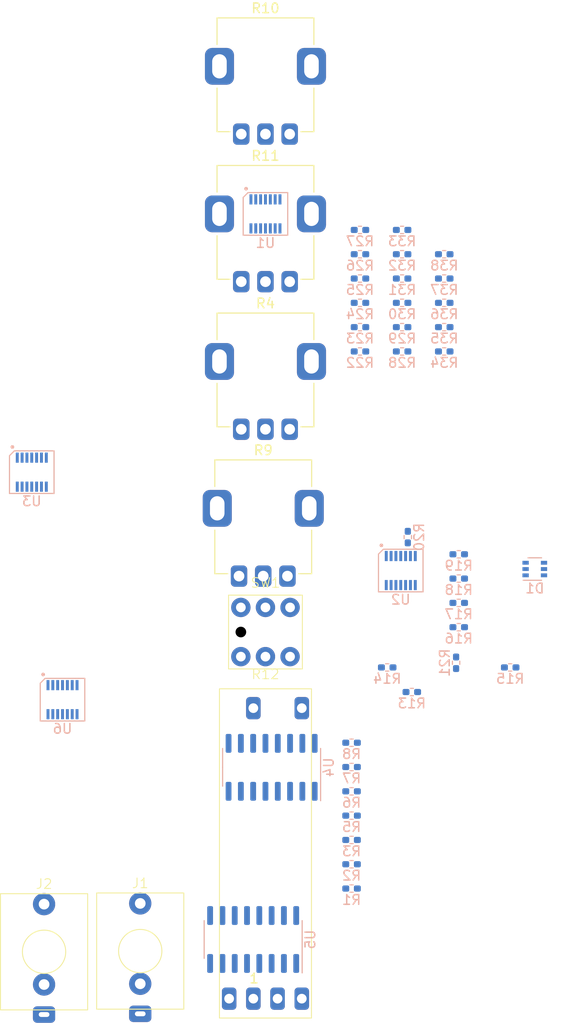
<source format=kicad_pcb>
(kicad_pcb (version 20221018) (generator pcbnew)
  (layers (0 "F.Cu" signal) (31 "B.Cu" signal) (34 "B.Paste" user) (35 "F.Paste" user) (36 "B.SilkS" user "B.Silkscreen") (37 "F.SilkS" user "F.Silkscreen") (38 "B.Mask" user) (39 "F.Mask" user) (44 "Edge.Cuts" user))
  (net 0 "")
  (net 1 "Net-(D1A-A)")
  (net 2 "/Channel 1 CV Summation/Pan_L_cv")
  (net 3 "/Channel 1 CV Summation/Pan_R_cv")
  (net 4 "Net-(D1C-K)")
  (net 5 "Net-(D1B-K)")
  (net 6 "GND")
  (net 7 "/Channel 1 Input/PotRefVoltage")
  (net 8 "+3V3")
  (net 9 "/Channel 1 Input/SliderLED")
  (net 10 "Net-(U1A-+)")
  (net 11 "Net-(J2-PadT)")
  (net 12 "/Channel 1 Input/Mute_button")
  (net 13 "/Channel 1 Input/ButtonLED")
  (net 14 "Net-(U1A--)")
  (net 17 "/Channel 1 Input/Pan_cv")
  (net 18 "Net-(U2A--)")
  (net 19 "/Channel 1 CV Summation/Aux1_cv")
  (net 20 "/Channel 1 CV Summation/Aux2_cv")
  (net 21 "/Channel 1 CV Summation/Volume_cv")
  (net 22 "/Channel 1 Input/Audio_in")
  (net 23 "Net-(U6A--)")
  (net 24 "/Channel 1 CV Snapping/Aux1_snapped_cv")
  (net 25 "/Channel 1 VCA/Channel_Aux1_current_out")
  (net 26 "/Channel 1 VCA/Channel_Aux2_L_current_out")
  (net 27 "/Channel 1 CV Snapping/Aux2_L_snapped_cv")
  (net 28 "/Channel 1 CV Snapping/Aux2_R_snapped_cv")
  (net 29 "/Channel 1 VCA/Channel_Aux2_R_current_out")
  (net 30 "/Channel 1 VCA/Channel_Master_R_current_out")
  (net 31 "/Channel 1 CV Snapping/Master_R_snapped_cv")
  (net 32 "/Channel 1 CV Snapping/Aux1_cv")
  (net 33 "/Channel 1 CV Snapping/Aux2_L_cv")
  (net 34 "/Channel 1 CV Snapping/Aux2_R_cv")
  (net 35 "/Channel 1 CV Snapping/Master_L_cv")
  (net 36 "/Channel 1 CV Snapping/Master_R_cv")
  (net 37 "/Channel 1 VCA/Channel_Master_L_current_out")
  (net 38 "/Channel 1 CV Snapping/Master_L_snapped_cv")
  (net 39 "Net-(J1-PadTN)")
  (net 40 "Net-(J1-PadT)")
  (net 41 "Net-(R4-Pad2)")
  (net 42 "Net-(J2-PadTN)")
  (net 43 "Net-(U1B-+)")
  (net 44 "Net-(U1C-+)")
  (net 45 "Net-(U1D-+)")
  (net 47 "Net-(U2B--)")
  (net 48 "Net-(U2C--)")
  (net 49 "+12V")
  (net 50 "Net-(U3A--)")
  (net 51 "/Channel 1 CV Summation/Master_cv")
  (net 52 "Net-(U3B--)")
  (net 53 "Net-(U3C--)")
  (net 54 "Net-(U3D--)")
  (net 55 "Net-(U2D--)")
  (footprint "WillItBlend:Potentiometer_SongHuei_9mm" (layer "F.Cu") (at 65.81 81.205)
    (fp_text reference "R9" (at 0 -6) (layer "F.SilkS"))
    (fp_text value "100k")
    (fp_line (start -5 -2.25) (end -5 -5) (stroke (width 0.12)) (layer "F.SilkS"))
    (fp_line (start -5 6.75) (end -5 2.25) (stroke (width 0.12)) (layer "F.SilkS"))
    (fp_line (start -3.665 6.75) (end -5 6.75) (stroke (width 0.12)) (layer "F.SilkS"))
    (fp_line (start 3.665 6.75) (end 5 6.75) (stroke (width 0.12)) (layer "F.SilkS"))
    (fp_line (start 5 -5) (end -5 -5) (stroke (width 0.12)) (layer "F.SilkS"))
    (fp_line (start 5 -2.25) (end 5 -5) (stroke (width 0.12)) (layer "F.SilkS"))
    (fp_line (start 5 6.75) (end 5 2.25) (stroke (width 0.12)) (layer "F.SilkS"))
    (pad "" thru_hole roundrect (at -4.75 0 180) (size 3 3.8) (drill oval 1.5 2.5) (layers "*.Cu" "*.Mask"))
    (pad "" thru_hole roundrect (at 4.75 0 180) (size 3 3.8) (drill oval 1.5 2.5) (layers "*.Cu" "*.Mask"))
    (pad "1" thru_hole roundrect (at -2.5 7 180) (size 1.7 2.2) (drill 1.1) (layers "*.Cu" "*.Mask") (net 7 "/Channel 1 Input/PotRefVoltage"))
    (pad "2" thru_hole roundrect (at 0 7 180) (size 1.7 2.2) (drill 1.1) (layers "*.Cu" "*.Mask") (net 10 "Net-(U1A-+)"))
    (pad "3" thru_hole roundrect (at 2.5 7 180) (size 1.7 2.2) (drill 1.1) (layers "*.Cu" "*.Mask") (net 6 "GND"))
  )
  (footprint "WillItBlend:PJ398SM" (layer "F.Cu") (at 43.18 127)
    (fp_text reference "J2" (at 0 -7 unlocked) (layer "F.SilkS") (effects (font (thickness 0.1))))
    (fp_text value "PJ398SM" hide)
    (fp_rect (start -4.5 -6) (end 4.5 6) (stroke (width 0.1)) (fill none) (layer "F.SilkS"))
    (fp_circle (center 0 0) (end 2.236 0) (stroke (width 0.1)) (fill none) (layer "F.SilkS"))
    (pad "1" thru_hole roundrect (at 0 6.48) (size 2.3 1.7) (drill oval 1.1 0.5) (layers "*.Cu" "*.Mask"))
    (pad "2" thru_hole circle (at 0 3.38) (size 2.3 2.3) (drill 1.1) (layers "*.Cu" "*.Mask"))
    (pad "3" thru_hole circle (at 0 -4.92) (size 2.3 2.3) (drill 1.1) (layers "*.Cu" "*.Mask"))
  )
  (footprint "WillItBlend:PJ398SM" (layer "F.Cu") (at 53.11 126.925)
    (fp_text reference "J1" (at 0 -7 unlocked) (layer "F.SilkS") (effects (font (thickness 0.1))))
    (fp_text value "PJ398SM" hide)
    (fp_rect (start -4.5 -6) (end 4.5 6) (stroke (width 0.1)) (fill none) (layer "F.SilkS"))
    (fp_circle (center 0 0) (end 2.236 0) (stroke (width 0.1)) (fill none) (layer "F.SilkS"))
    (pad "1" thru_hole roundrect (at 0 6.48) (size 2.3 1.7) (drill oval 1.1 0.5) (layers "*.Cu" "*.Mask"))
    (pad "2" thru_hole circle (at 0 3.38) (size 2.3 2.3) (drill 1.1) (layers "*.Cu" "*.Mask"))
    (pad "3" thru_hole circle (at 0 -4.92) (size 2.3 2.3) (drill 1.1) (layers "*.Cu" "*.Mask"))
  )
  (footprint "WillItBlend:PB01-109TL" (layer "F.Cu") (at 66.04 93.98)
    (fp_text reference "SW1" (at 0 -5.08 unlocked) (layer "F.SilkS") (effects (font (thickness 0.1))))
    (fp_text value "SW_SPST_LED")
    (fp_rect (start -3.81 -3.81) (end 3.81 3.81) (stroke (width 0.1)) (fill none) (layer "F.SilkS"))
    (pad "" np_thru_hole circle (at -2.54 0) (size 1.7 1.7) (drill 1.1) (layers "*.Mask"))
    (pad "1" thru_hole circle (at 2.54 -2.54) (size 2 2) (drill 1) (layers "*.Cu" "*.Mask") (net 12 "/Channel 1 Input/Mute_button"))
    (pad "2" thru_hole circle (at 2.54 2.54) (size 2 2) (drill 1) (layers "*.Cu" "*.Mask") (net 12 "/Channel 1 Input/Mute_button"))
    (pad "3" thru_hole circle (at -2.54 -2.54) (size 2 2) (drill 1) (layers "*.Cu" "*.Mask") (net 6 "GND"))
    (pad "4" thru_hole circle (at -2.54 2.54) (size 2 2) (drill 1) (layers "*.Cu" "*.Mask") (net 6 "GND"))
    (pad "L1" thru_hole circle (at 0 -2.54) (size 2 2) (drill 1) (layers "*.Cu" "*.Mask") (net 8 "+3V3"))
    (pad "L2" thru_hole circle (at 0 2.54) (size 2 2) (drill 1) (layers "*.Cu" "*.Mask") (net 13 "/Channel 1 Input/ButtonLED"))
  )
  (footprint "WillItBlend:Potentiometer_SongHuei_9mm" (layer "F.Cu") (at 66.04 66.04)
    (fp_text reference "R4" (at 0 -6) (layer "F.SilkS"))
    (fp_text value "100k")
    (fp_line (start -5 -2.25) (end -5 -5) (stroke (width 0.12)) (layer "F.SilkS"))
    (fp_line (start -5 6.75) (end -5 2.25) (stroke (width 0.12)) (layer "F.SilkS"))
    (fp_line (start -3.665 6.75) (end -5 6.75) (stroke (width 0.12)) (layer "F.SilkS"))
    (fp_line (start 3.665 6.75) (end 5 6.75) (stroke (width 0.12)) (layer "F.SilkS"))
    (fp_line (start 5 -5) (end -5 -5) (stroke (width 0.12)) (layer "F.SilkS"))
    (fp_line (start 5 -2.25) (end 5 -5) (stroke (width 0.12)) (layer "F.SilkS"))
    (fp_line (start 5 6.75) (end 5 2.25) (stroke (width 0.12)) (layer "F.SilkS"))
    (pad "" thru_hole roundrect (at -4.75 0 180) (size 3 3.8) (drill oval 1.5 2.5) (layers "*.Cu" "*.Mask"))
    (pad "" thru_hole roundrect (at 4.75 0 180) (size 3 3.8) (drill oval 1.5 2.5) (layers "*.Cu" "*.Mask"))
    (pad "1" thru_hole roundrect (at -2.5 7 180) (size 1.7 2.2) (drill 1.1) (layers "*.Cu" "*.Mask") (net 6 "GND"))
    (pad "2" thru_hole roundrect (at 0 7 180) (size 1.7 2.2) (drill 1.1) (layers "*.Cu" "*.Mask") (net 41 "Net-(R4-Pad2)"))
    (pad "3" thru_hole roundrect (at 2.5 7 180) (size 1.7 2.2) (drill 1.1) (layers "*.Cu" "*.Mask") (net 11 "Net-(J2-PadT)"))
  )
  (footprint "WillItBlend:Potentiometer_SongHuei_9mm" (layer "F.Cu") (at 66.04 50.8)
    (fp_text reference "R11" (at 0 -6) (layer "F.SilkS"))
    (fp_text value "100k")
    (fp_line (start -5 -2.25) (end -5 -5) (stroke (width 0.12)) (layer "F.SilkS"))
    (fp_line (start -5 6.75) (end -5 2.25) (stroke (width 0.12)) (layer "F.SilkS"))
    (fp_line (start -3.665 6.75) (end -5 6.75) (stroke (width 0.12)) (layer "F.SilkS"))
    (fp_line (start 3.665 6.75) (end 5 6.75) (stroke (width 0.12)) (layer "F.SilkS"))
    (fp_line (start 5 -5) (end -5 -5) (stroke (width 0.12)) (layer "F.SilkS"))
    (fp_line (start 5 -2.25) (end 5 -5) (stroke (width 0.12)) (layer "F.SilkS"))
    (fp_line (start 5 6.75) (end 5 2.25) (stroke (width 0.12)) (layer "F.SilkS"))
    (pad "" thru_hole roundrect (at -4.75 0 180) (size 3 3.8) (drill oval 1.5 2.5) (layers "*.Cu" "*.Mask"))
    (pad "" thru_hole roundrect (at 4.75 0 180) (size 3 3.8) (drill oval 1.5 2.5) (layers "*.Cu" "*.Mask"))
    (pad "1" thru_hole roundrect (at -2.5 7 180) (size 1.7 2.2) (drill 1.1) (layers "*.Cu" "*.Mask") (net 7 "/Channel 1 Input/PotRefVoltage"))
    (pad "2" thru_hole roundrect (at 0 7 180) (size 1.7 2.2) (drill 1.1) (layers "*.Cu" "*.Mask") (net 44 "Net-(U1C-+)"))
    (pad "3" thru_hole roundrect (at 2.5 7 180) (size 1.7 2.2) (drill 1.1) (layers "*.Cu" "*.Mask") (net 6 "GND"))
  )
  (footprint "WillItBlend:RA2045F-20" (layer "F.Cu") (at 66.04 116.84)
    (fp_text reference "R12" (at 0 -18.5 unlocked) (layer "F.SilkS") (effects (font (thickness 0.1))))
    (fp_text value "50k")
    (fp_text user "1" (at -1.75 13.5 unlocked) (layer "F.SilkS") (effects (justify left bottom)))
    (fp_rect (start 4.75 17) (end -4.75 -17) (stroke (width 0.1)) (fill none) (layer "F.SilkS"))
    (pad "1" thru_hole roundrect (at -1.25 15 180) (size 1.5 2.3) (drill 1) (layers "*.Cu" "*.Mask") (net 7 "/Channel 1 Input/PotRefVoltage"))
    (pad "2" thru_hole roundrect (at -3.75 15 180) (size 1.5 2.3) (drill 1) (layers "*.Cu" "*.Mask") (net 45 "Net-(U1D-+)"))
    (pad "3" thru_hole roundrect (at -1.25 -15 180) (size 1.5 2.3) (drill 1) (layers "*.Cu" "*.Mask") (net 6 "GND"))
    (pad "B" thru_hole roundrect (at 3.75 -15 180) (size 1.5 2.3) (drill 1) (layers "*.Cu" "*.Mask") (net 8 "+3V3"))
    (pad "E" thru_hole roundrect (at 3.75 15 180) (size 1.5 2.3) (drill 1) (layers "*.Cu" "*.Mask") (net 9 "/Channel 1 Input/SliderLED"))
    (pad "L" thru_hole roundrect (at 1.25 15 180) (size 1.5 2.3) (drill 1) (layers "*.Cu" "*.Mask"))
  )
  (footprint "WillItBlend:Potentiometer_SongHuei_9mm" (layer "F.Cu") (at 66.04 35.56)
    (fp_text reference "R10" (at 0 -6) (layer "F.SilkS"))
    (fp_text value "100k")
    (fp_line (start -5 -2.25) (end -5 -5) (stroke (width 0.12)) (layer "F.SilkS"))
    (fp_line (start -5 6.75) (end -5 2.25) (stroke (width 0.12)) (layer "F.SilkS"))
    (fp_line (start -3.665 6.75) (end -5 6.75) (stroke (width 0.12)) (layer "F.SilkS"))
    (fp_line (start 3.665 6.75) (end 5 6.75) (stroke (width 0.12)) (layer "F.SilkS"))
    (fp_line (start 5 -5) (end -5 -5) (stroke (width 0.12)) (layer "F.SilkS"))
    (fp_line (start 5 -2.25) (end 5 -5) (stroke (width 0.12)) (layer "F.SilkS"))
    (fp_line (start 5 6.75) (end 5 2.25) (stroke (width 0.12)) (layer "F.SilkS"))
    (pad "" thru_hole roundrect (at -4.75 0 180) (size 3 3.8) (drill oval 1.5 2.5) (layers "*.Cu" "*.Mask"))
    (pad "" thru_hole roundrect (at 4.75 0 180) (size 3 3.8) (drill oval 1.5 2.5) (layers "*.Cu" "*.Mask"))
    (pad "1" thru_hole roundrect (at -2.5 7 180) (size 1.7 2.2) (drill 1.1) (layers "*.Cu" "*.Mask") (net 7 "/Channel 1 Input/PotRefVoltage"))
    (pad "2" thru_hole roundrect (at 0 7 180) (size 1.7 2.2) (drill 1.1) (layers "*.Cu" "*.Mask") (net 43 "Net-(U1B-+)"))
    (pad "3" thru_hole roundrect (at 2.5 7 180) (size 1.7 2.2) (drill 1.1) (layers "*.Cu" "*.Mask") (net 6 "GND"))
  )
  (footprint "Resistor_SMD:R_0402_1005Metric_Pad0.72x0.64mm_HandSolder" (layer "B.Cu") (at 80.15 65.005)
    (fp_text reference "R28" (at 0 1.17) (layer "B.SilkS") (effects (justify mirror)))
    (fp_text value "R")
    (fp_line (start -0.167621 -0.38) (end 0.167621 -0.38) (stroke (width 0.12)) (layer "B.SilkS"))
    (fp_line (start -0.167621 0.38) (end 0.167621 0.38) (stroke (width 0.12)) (layer "B.SilkS"))
    (pad "1" smd roundrect (at -0.5975 0) (size 0.715 0.64) (layers "B.Cu" "B.Paste" "B.Mask") (net 33 "/Channel 1 CV Snapping/Aux2_L_cv"))
    (pad "2" smd roundrect (at 0.5975 0) (size 0.715 0.64) (layers "B.Cu" "B.Paste" "B.Mask") (net 52 "Net-(U3B--)"))
  )
  (footprint "Resistor_SMD:R_0402_1005Metric_Pad0.72x0.64mm_HandSolder" (layer "B.Cu") (at 85.995476 88.46)
    (fp_text reference "R18" (at 0 1.17) (layer "B.SilkS") (effects (justify mirror)))
    (fp_text value "R")
    (fp_line (start -0.167621 -0.38) (end 0.167621 -0.38) (stroke (width 0.12)) (layer "B.SilkS"))
    (fp_line (start -0.167621 0.38) (end 0.167621 0.38) (stroke (width 0.12)) (layer "B.SilkS"))
    (pad "1" smd roundrect (at -0.5975 0) (size 0.715 0.64) (layers "B.Cu" "B.Paste" "B.Mask") (net 48 "Net-(U2C--)"))
    (pad "2" smd roundrect (at 0.5975 0) (size 0.715 0.64) (layers "B.Cu" "B.Paste" "B.Mask") (net 5 "Net-(D1B-K)"))
  )
  (footprint "Resistor_SMD:R_0402_1005Metric_Pad0.72x0.64mm_HandSolder" (layer "B.Cu") (at 81.150476 100.175)
    (fp_text reference "R13" (at 0 1.17) (layer "B.SilkS") (effects (justify mirror)))
    (fp_text value "R")
    (fp_line (start -0.167621 -0.38) (end 0.167621 -0.38) (stroke (width 0.12)) (layer "B.SilkS"))
    (fp_line (start -0.167621 0.38) (end 0.167621 0.38) (stroke (width 0.12)) (layer "B.SilkS"))
    (pad "1" smd roundrect (at -0.5975 0) (size 0.715 0.64) (layers "B.Cu" "B.Paste" "B.Mask") (net 47 "Net-(U2B--)"))
    (pad "2" smd roundrect (at 0.5975 0) (size 0.715 0.64) (layers "B.Cu" "B.Paste" "B.Mask") (net 1 "Net-(D1A-A)"))
  )
  (footprint "Resistor_SMD:R_0402_1005Metric_Pad0.72x0.64mm_HandSolder" (layer "B.Cu") (at 74.93 112.94)
    (fp_text reference "R5" (at 0 1.17) (layer "B.SilkS") (effects (justify mirror)))
    (fp_text value "R")
    (fp_line (start -0.167621 -0.38) (end 0.167621 -0.38) (stroke (width 0.12)) (layer "B.SilkS"))
    (fp_line (start -0.167621 0.38) (end 0.167621 0.38) (stroke (width 0.12)) (layer "B.SilkS"))
    (pad "1" smd roundrect (at -0.5975 0) (size 0.715 0.64) (layers "B.Cu" "B.Paste" "B.Mask") (net 42 "Net-(J2-PadTN)"))
    (pad "2" smd roundrect (at 0.5975 0) (size 0.715 0.64) (layers "B.Cu" "B.Paste" "B.Mask") (net 6 "GND"))
  )
  (footprint "Resistor_SMD:R_0402_1005Metric_Pad0.72x0.64mm_HandSolder" (layer "B.Cu") (at 85.995476 85.95)
    (fp_text reference "R19" (at 0 1.17) (layer "B.SilkS") (effects (justify mirror)))
    (fp_text value "R")
    (fp_line (start -0.167621 -0.38) (end 0.167621 -0.38) (stroke (width 0.12)) (layer "B.SilkS"))
    (fp_line (start -0.167621 0.38) (end 0.167621 0.38) (stroke (width 0.12)) (layer "B.SilkS"))
    (pad "1" smd roundrect (at -0.5975 0) (size 0.715 0.64) (layers "B.Cu" "B.Paste" "B.Mask") (net 4 "Net-(D1C-K)"))
    (pad "2" smd roundrect (at 0.5975 0) (size 0.715 0.64) (layers "B.Cu" "B.Paste" "B.Mask") (net 48 "Net-(U2C--)"))
  )
  (footprint "WillItBlend:SOT-23-THIN" (layer "B.Cu") (at 41.91 77.47)
    (fp_text reference "U3" (at 0 3) (layer "B.SilkS") (effects (justify mirror)))
    (fp_text value "TL074HIDYYR" hide)
    (fp_line (start -2.3 -1.7) (end -2.3 2.2) (stroke (width 0.12)) (layer "B.SilkS"))
    (fp_line (start -2.3 2.2) (end 2.3 2.2) (stroke (width 0.12)) (layer "B.SilkS"))
    (fp_line (start -1.8 -2.2) (end -2.3 -1.7) (stroke (width 0.12)) (layer "B.SilkS"))
    (fp_line (start 2.3 -2.2) (end -1.8 -2.2) (stroke (width 0.12)) (layer "B.SilkS"))
    (fp_line (start 2.3 2.2) (end 2.3 -2.2) (stroke (width 0.12)) (layer "B.SilkS"))
    (fp_circle (center -2 -2.6) (end -1.858579 -2.6) (stroke (width 0.1)) (fill solid) (layer "B.SilkS"))
    (pad "1" smd rect (at -1.5 -1.5) (size 0.3 1.05) (layers "B.Cu" "B.Paste" "B.Mask") (net 32 "/Channel 1 CV Snapping/Aux1_cv"))
    (pad "2" smd rect (at -1 -1.5) (size 0.3 1.05) (layers "B.Cu" "B.Paste" "B.Mask") (net 50 "Net-(U3A--)"))
    (pad "3" smd rect (at -0.5 -1.5) (size 0.3 1.05) (layers "B.Cu" "B.Paste" "B.Mask") (net 6 "GND"))
    (pad "4" smd rect (at 0 -1.5) (size 0.3 1.05) (layers "B.Cu" "B.Paste" "B.Mask"))
    (pad "5" smd rect (at 0.5 -1.5) (size 0.3 1.05) (layers "B.Cu" "B.Paste" "B.Mask") (net 6 "GND"))
    (pad "6" smd rect (at 1 -1.5) (size 0.3 1.05) (layers "B.Cu" "B.Paste" "B.Mask") (net 52 "Net-(U3B--)"))
    (pad "7" smd rect (at 1.5 -1.5) (size 0.3 1.05) (layers "B.Cu" "B.Paste" "B.Mask") (net 33 "/Channel 1 CV Snapping/Aux2_L_cv"))
    (pad "8" smd rect (at 1.5 1.5) (size 0.3 1.05) (layers "B.Cu" "B.Paste" "B.Mask") (net 34 "/Channel 1 CV Snapping/Aux2_R_cv"))
    (pad "9" smd rect (at 1 1.5) (size 0.3 1.05) (layers "B.Cu" "B.Paste" "B.Mask") (net 53 "Net-(U3C--)"))
    (pad "10" smd rect (at 0.5 1.5) (size 0.3 1.05) (layers "B.Cu" "B.Paste" "B.Mask") (net 6 "GND"))
    (pad "11" smd rect (at 0 1.5) (size 0.3 1.05) (layers "B.Cu" "B.Paste" "B.Mask"))
    (pad "12" smd rect (at -0.5 1.5) (size 0.3 1.05) (layers "B.Cu" "B.Paste" "B.Mask") (net 6 "GND"))
    (pad "13" smd rect (at -1 1.5) (size 0.3 1.05) (layers "B.Cu" "B.Paste" "B.Mask") (net 54 "Net-(U3D--)"))
    (pad "14" smd rect (at -1.5 1.5) (size 0.3 1.05) (layers "B.Cu" "B.Paste" "B.Mask") (net 35 "/Channel 1 CV Snapping/Master_L_cv"))
  )
  (footprint "Resistor_SMD:R_0402_1005Metric_Pad0.72x0.64mm_HandSolder" (layer "B.Cu") (at 80.737327 84.174753 90)
    (fp_text reference "R20" (at 0 1.17 90) (layer "B.SilkS") (effects (justify mirror)))
    (fp_text value "R")
    (fp_line (start -0.167621 -0.38) (end 0.167621 -0.38) (stroke (width 0.12)) (layer "B.SilkS"))
    (fp_line (start -0.167621 0.38) (end 0.167621 0.38) (stroke (width 0.12)) (layer "B.SilkS"))
    (pad "1" smd roundrect (at -0.5975 0 90) (size 0.715 0.64) (layers "B.Cu" "B.Paste" "B.Mask") (net 6 "GND"))
    (pad "2" smd roundrect (at 0.5975 0 90) (size 0.715 0.64) (layers "B.Cu" "B.Paste" "B.Mask") (net 3 "/Channel 1 CV Summation/Pan_R_cv"))
  )
  (footprint "Resistor_SMD:R_0402_1005Metric_Pad0.72x0.64mm_HandSolder" (layer "B.Cu") (at 85.995476 93.48)
    (fp_text reference "R16" (at 0 1.17) (layer "B.SilkS") (effects (justify mirror)))
    (fp_text value "R")
    (fp_line (start -0.167621 -0.38) (end 0.167621 -0.38) (stroke (width 0.12)) (layer "B.SilkS"))
    (fp_line (start -0.167621 0.38) (end 0.167621 0.38) (stroke (width 0.12)) (layer "B.SilkS"))
    (pad "1" smd roundrect (at -0.5975 0) (size 0.715 0.64) (layers "B.Cu" "B.Paste" "B.Mask") (net 6 "GND"))
    (pad "2" smd roundrect (at 0.5975 0) (size 0.715 0.64) (layers "B.Cu" "B.Paste" "B.Mask") (net 2 "/Channel 1 CV Summation/Pan_L_cv"))
  )
  (footprint "Resistor_SMD:R_0402_1005Metric_Pad0.72x0.64mm_HandSolder" (layer "B.Cu") (at 75.8 59.985)
    (fp_text reference "R24" (at 0 1.17) (layer "B.SilkS") (effects (justify mirror)))
    (fp_text value "R")
    (fp_line (start -0.167621 -0.38) (end 0.167621 -0.38) (stroke (width 0.12)) (layer "B.SilkS"))
    (fp_line (start -0.167621 0.38) (end 0.167621 0.38) (stroke (width 0.12)) (layer "B.SilkS"))
    (pad "1" smd roundrect (at -0.5975 0) (size 0.715 0.64) (layers "B.Cu" "B.Paste" "B.Mask") (net 32 "/Channel 1 CV Snapping/Aux1_cv"))
    (pad "2" smd roundrect (at 0.5975 0) (size 0.715 0.64) (layers "B.Cu" "B.Paste" "B.Mask") (net 50 "Net-(U3A--)"))
  )
  (footprint "Resistor_SMD:R_0402_1005Metric_Pad0.72x0.64mm_HandSolder" (layer "B.Cu") (at 74.93 120.47)
    (fp_text reference "R1" (at 0 1.17) (layer "B.SilkS") (effects (justify mirror)))
    (fp_text value "R")
    (fp_line (start -0.167621 -0.38) (end 0.167621 -0.38) (stroke (width 0.12)) (layer "B.SilkS"))
    (fp_line (start -0.167621 0.38) (end 0.167621 0.38) (stroke (width 0.12)) (layer "B.SilkS"))
    (pad "1" smd roundrect (at -0.5975 0) (size 0.715 0.64) (layers "B.Cu" "B.Paste" "B.Mask") (net 39 "Net-(J1-PadTN)"))
    (pad "2" smd roundrect (at 0.5975 0) (size 0.715 0.64) (layers "B.Cu" "B.Paste" "B.Mask") (net 6 "GND"))
  )
  (footprint "WillItBlend:SOT-23-THIN" (layer "B.Cu") (at 66.04 50.8)
    (fp_text reference "U1" (at 0 3) (layer "B.SilkS") (effects (justify mirror)))
    (fp_text value "TL074HIDYYR" hide)
    (fp_line (start -2.3 -1.7) (end -2.3 2.2) (stroke (width 0.12)) (layer "B.SilkS"))
    (fp_line (start -2.3 2.2) (end 2.3 2.2) (stroke (width 0.12)) (layer "B.SilkS"))
    (fp_line (start -1.8 -2.2) (end -2.3 -1.7) (stroke (width 0.12)) (layer "B.SilkS"))
    (fp_line (start 2.3 -2.2) (end -1.8 -2.2) (stroke (width 0.12)) (layer "B.SilkS"))
    (fp_line (start 2.3 2.2) (end 2.3 -2.2) (stroke (width 0.12)) (layer "B.SilkS"))
    (fp_circle (center -2 -2.6) (end -1.858579 -2.6) (stroke (width 0.1)) (fill solid) (layer "B.SilkS"))
    (pad "1" smd rect (at -1.5 -1.5) (size 0.3 1.05) (layers "B.Cu" "B.Paste" "B.Mask") (net 14 "Net-(U1A--)"))
    (pad "2" smd rect (at -1 -1.5) (size 0.3 1.05) (layers "B.Cu" "B.Paste" "B.Mask") (net 14 "Net-(U1A--)"))
    (pad "3" smd rect (at -0.5 -1.5) (size 0.3 1.05) (layers "B.Cu" "B.Paste" "B.Mask") (net 10 "Net-(U1A-+)"))
    (pad "4" smd rect (at 0 -1.5) (size 0.3 1.05) (layers "B.Cu" "B.Paste" "B.Mask"))
    (pad "5" smd rect (at 0.5 -1.5) (size 0.3 1.05) (layers "B.Cu" "B.Paste" "B.Mask") (net 43 "Net-(U1B-+)"))
    (pad "6" smd rect (at 1 -1.5) (size 0.3 1.05) (layers "B.Cu" "B.Paste" "B.Mask") (net 19 "/Channel 1 CV Summation/Aux1_cv"))
    (pad "7" smd rect (at 1.5 -1.5) (size 0.3 1.05) (layers "B.Cu" "B.Paste" "B.Mask") (net 19 "/Channel 1 CV Summation/Aux1_cv"))
    (pad "8" smd rect (at 1.5 1.5) (size 0.3 1.05) (layers "B.Cu" "B.Paste" "B.Mask") (net 20 "/Channel 1 CV Summation/Aux2_cv"))
    (pad "9" smd rect (at 1 1.5) (size 0.3 1.05) (layers "B.Cu" "B.Paste" "B.Mask") (net 20 "/Channel 1 CV Summation/Aux2_cv"))
    (pad "10" smd rect (at 0.5 1.5) (size 0.3 1.05) (layers "B.Cu" "B.Paste" "B.Mask") (net 44 "Net-(U1C-+)"))
    (pad "11" smd rect (at 0 1.5) (size 0.3 1.05) (layers "B.Cu" "B.Paste" "B.Mask"))
    (pad "12" smd rect (at -0.5 1.5) (size 0.3 1.05) (layers "B.Cu" "B.Paste" "B.Mask") (net 45 "Net-(U1D-+)"))
    (pad "13" smd rect (at -1 1.5) (size 0.3 1.05) (layers "B.Cu" "B.Paste" "B.Mask") (net 21 "/Channel 1 CV Summation/Volume_cv"))
    (pad "14" smd rect (at -1.5 1.5) (size 0.3 1.05) (layers "B.Cu" "B.Paste" "B.Mask") (net 21 "/Channel 1 CV Summation/Volume_cv"))
  )
  (footprint "Package_SO:SOIC-16_3.9x9.9mm_P1.27mm" (layer "B.Cu") (at 66.675 107.95 90)
    (fp_text reference "U4" (at 0 5.9 90) (layer "B.SilkS") (effects (justify mirror)))
    (fp_text value "SSI2164")
    (fp_line (start 0 -5.06) (end -1.95 -5.06) (stroke (width 0.12)) (layer "B.SilkS"))
    (fp_line (start 0 -5.06) (end 1.95 -5.06) (stroke (width 0.12)) (layer "B.SilkS"))
    (fp_line (start 0 5.06) (end -3.45 5.06) (stroke (width 0.12)) (layer "B.SilkS"))
    (fp_line (start 0 5.06) (end 1.95 5.06) (stroke (width 0.12)) (layer "B.SilkS"))
    (pad "1" smd roundrect (at -2.475 4.445 90) (size 1.95 0.6) (layers "B.Cu" "B.Paste" "B.Mask"))
    (pad "2" smd roundrect (at -2.475 3.175 90) (size 1.95 0.6) (layers "B.Cu" "B.Paste" "B.Mask") (net 22 "/Channel 1 Input/Audio_in"))
    (pad "3" smd roundrect (at -2.475 1.905 90) (size 1.95 0.6) (layers "B.Cu" "B.Paste" "B.Mask") (net 24 "/Channel 1 CV Snapping/Aux1_snapped_cv"))
    (pad "4" smd roundrect (at -2.475 0.635 90) (size 1.95 0.6) (layers "B.Cu" "B.Paste" "B.Mask") (net 25 "/Channel 1 VCA/Channel_Aux1_current_out"))
    (pad "5" smd roundrect (at -2.475 -0.635 90) (size 1.95 0.6) (layers "B.Cu" "B.Paste" "B.Mask") (net 26 "/Channel 1 VCA/Channel_Aux2_L_current_out"))
    (pad "6" smd roundrect (at -2.475 -1.905 90) (size 1.95 0.6) (layers "B.Cu" "B.Paste" "B.Mask") (net 27 "/Channel 1 CV Snapping/Aux2_L_snapped_cv"))
    (pad "7" smd roundrect (at -2.475 -3.175 90) (size 1.95 0.6) (layers "B.Cu" "B.Paste" "B.Mask") (net 22 "/Channel 1 Input/Audio_in"))
    (pad "8" smd roundrect (at -2.475 -4.445 90) (size 1.95 0.6) (layers "B.Cu" "B.Paste" "B.Mask"))
    (pad "9" smd roundrect (at 2.475 -4.445 90) (size 1.95 0.6) (layers "B.Cu" "B.Paste" "B.Mask"))
    (pad "10" smd roundrect (at 2.475 -3.175 90) (size 1.95 0.6) (layers "B.Cu" "B.Paste" "B.Mask") (net 22 "/Channel 1 Input/Audio_in"))
    (pad "11" smd roundrect (at 2.475 -1.905 90) (size 1.95 0.6) (layers "B.Cu" "B.Paste" "B.Mask") (net 28 "/Channel 1 CV Snapping/Aux2_R_snapped_cv"))
    (pad "12" smd roundrect (at 2.475 -0.635 90) (size 1.95 0.6) (layers "B.Cu" "B.Paste" "B.Mask") (net 29 "/Channel 1 VCA/Channel_Aux2_R_current_out"))
    (pad "13" smd roundrect (at 2.475 0.635 90) (size 1.95 0.6) (layers "B.Cu" "B.Paste" "B.Mask") (net 37 "/Channel 1 VCA/Channel_Master_L_current_out"))
    (pad "14" smd roundrect (at 2.475 1.905 90) (size 1.95 0.6) (layers "B.Cu" "B.Paste" "B.Mask") (net 38 "/Channel 1 CV Snapping/Master_L_snapped_cv"))
    (pad "15" smd roundrect (at 2.475 3.175 90) (size 1.95 0.6) (layers "B.Cu" "B.Paste" "B.Mask") (net 22 "/Channel 1 Input/Audio_in"))
    (pad "16" smd roundrect (at 2.475 4.445 90) (size 1.95 0.6) (layers "B.Cu" "B.Paste" "B.Mask"))
  )
  (footprint "Resistor_SMD:R_0402_1005Metric_Pad0.72x0.64mm_HandSolder" (layer "B.Cu") (at 80.15 52.455)
    (fp_text reference "R33" (at 0 1.17) (layer "B.SilkS") (effects (justify mirror)))
    (fp_text value "R")
    (fp_line (start -0.167621 -0.38) (end 0.167621 -0.38) (stroke (width 0.12)) (layer "B.SilkS"))
    (fp_line (start -0.167621 0.38) (end 0.167621 0.38) (stroke (width 0.12)) (layer "B.SilkS"))
    (pad "1" smd roundrect (at -0.5975 0) (size 0.715 0.64) (layers "B.Cu" "B.Paste" "B.Mask") (net 54 "Net-(U3D--)"))
    (pad "2" smd roundrect (at 0.5975 0) (size 0.715 0.64) (layers "B.Cu" "B.Paste" "B.Mask") (net 2 "/Channel 1 CV Summation/Pan_L_cv"))
  )
  (footprint "Resistor_SMD:R_0402_1005Metric_Pad0.72x0.64mm_HandSolder" (layer "B.Cu") (at 74.93 115.45)
    (fp_text reference "R3" (at 0 1.17) (layer "B.SilkS") (effects (justify mirror)))
    (fp_text value "R")
    (fp_line (start -0.167621 -0.38) (end 0.167621 -0.38) (stroke (width 0.12)) (layer "B.SilkS"))
    (fp_line (start -0.167621 0.38) (end 0.167621 0.38) (stroke (width 0.12)) (layer "B.SilkS"))
    (pad "1" smd roundrect (at -0.5975 0) (size 0.715 0.64) (layers "B.Cu" "B.Paste" "B.Mask") (net 23 "Net-(U6A--)"))
    (pad "2" smd roundrect (at 0.5975 0) (size 0.715 0.64) (layers "B.Cu" "B.Paste" "B.Mask") (net 22 "/Channel 1 Input/Audio_in"))
  )
  (footprint "Resistor_SMD:R_0402_1005Metric_Pad0.72x0.64mm_HandSolder" (layer "B.Cu") (at 84.5 62.495)
    (fp_text reference "R35" (at 0 1.17) (layer "B.SilkS") (effects (justify mirror)))
    (fp_text value "R")
    (fp_line (start -0.167621 -0.38) (end 0.167621 -0.38) (stroke (width 0.12)) (layer "B.SilkS"))
    (fp_line (start -0.167621 0.38) (end 0.167621 0.38) (stroke (width 0.12)) (layer "B.SilkS"))
    (pad "1" smd roundrect (at -0.5975 0) (size 0.715 0.64) (layers "B.Cu" "B.Paste" "B.Mask") (net 35 "/Channel 1 CV Snapping/Master_L_cv"))
    (pad "2" smd roundrect (at 0.5975 0) (size 0.715 0.64) (layers "B.Cu" "B.Paste" "B.Mask") (net 54 "Net-(U3D--)"))
  )
  (footprint "Resistor_SMD:R_0402_1005Metric_Pad0.72x0.64mm_HandSolder" (layer "B.Cu") (at 78.610476 97.635)
    (fp_text reference "R14" (at 0 1.17) (layer "B.SilkS") (effects (justify mirror)))
    (fp_text value "R")
    (fp_line (start -0.167621 -0.38) (end 0.167621 -0.38) (stroke (width 0.12)) (layer "B.SilkS"))
    (fp_line (start -0.167621 0.38) (end 0.167621 0.38) (stroke (width 0.12)) (layer "B.SilkS"))
    (pad "1" smd roundrect (at -0.5975 0) (size 0.715 0.64) (layers "B.Cu" "B.Paste" "B.Mask") (net 47 "Net-(U2B--)"))
    (pad "2" smd roundrect (at 0.5975 0) (size 0.715 0.64) (layers "B.Cu" "B.Paste" "B.Mask") (net 17 "/Channel 1 Input/Pan_cv"))
  )
  (footprint "WillItBlend:SOT-23-THIN" (layer "B.Cu") (at 80.01 87.63)
    (fp_text reference "U2" (at 0 3) (layer "B.SilkS") (effects (justify mirror)))
    (fp_text value "TL074HIDYYR" hide)
    (fp_line (start -2.3 -1.7) (end -2.3 2.2) (stroke (width 0.12)) (layer "B.SilkS"))
    (fp_line (start -2.3 2.2) (end 2.3 2.2) (stroke (width 0.12)) (layer "B.SilkS"))
    (fp_line (start -1.8 -2.2) (end -2.3 -1.7) (stroke (width 0.12)) (layer "B.SilkS"))
    (fp_line (start 2.3 -2.2) (end -1.8 -2.2) (stroke (width 0.12)) (layer "B.SilkS"))
    (fp_line (start 2.3 2.2) (end 2.3 -2.2) (stroke (width 0.12)) (layer "B.SilkS"))
    (fp_circle (center -2 -2.6) (end -1.858579 -2.6) (stroke (width 0.1)) (fill solid) (layer "B.SilkS"))
    (pad "1" smd rect (at -1.5 -1.5) (size 0.3 1.05) (layers "B.Cu" "B.Paste" "B.Mask") (net 17 "/Channel 1 Input/Pan_cv"))
    (pad "2" smd rect (at -1 -1.5) (size 0.3 1.05) (layers "B.Cu" "B.Paste" "B.Mask") (net 18 "Net-(U2A--)"))
    (pad "3" smd rect (at -0.5 -1.5) (size 0.3 1.05) (layers "B.Cu" "B.Paste" "B.Mask") (net 6 "GND"))
    (pad "4" smd rect (at 0 -1.5) (size 0.3 1.05) (layers "B.Cu" "B.Paste" "B.Mask"))
    (pad "5" smd rect (at 0.5 -1.5) (size 0.3 1.05) (layers "B.Cu" "B.Paste" "B.Mask") (net 6 "GND"))
    (pad "6" smd rect (at 1 -1.5) (size 0.3 1.05) (layers "B.Cu" "B.Paste" "B.Mask") (net 47 "Net-(U2B--)"))
    (pad "7" smd rect (at 1.5 -1.5) (size 0.3 1.05) (layers "B.Cu" "B.Paste" "B.Mask") (net 5 "Net-(D1B-K)"))
    (pad "8" smd rect (at 1.5 1.5) (size 0.3 1.05) (layers "B.Cu" "B.Paste" "B.Mask") (net 4 "Net-(D1C-K)"))
    (pad "9" smd rect (at 1 1.5) (size 0.3 1.05) (layers "B.Cu" "B.Paste" "B.Mask") (net 48 "Net-(U2C--)"))
    (pad "10" smd rect (at 0.5 1.5) (size 0.3 1.05) (layers "B.Cu" "B.Paste" "B.Mask") (net 6 "GND"))
    (pad "11" smd rect (at 0 1.5) (size 0.3 1.05) (layers "B.Cu" "B.Paste" "B.Mask"))
    (pad "12" smd rect (at -0.5 1.5) (size 0.3 1.05) (layers "B.Cu" "B.Paste" "B.Mask") (net 6 "GND"))
    (pad "13" smd rect (at -1 1.5) (size 0.3 1.05) (layers "B.Cu" "B.Paste" "B.Mask") (net 55 "Net-(U2D--)"))
    (pad "14" smd rect (at -1.5 1.5) (size 0.3 1.05) (layers "B.Cu" "B.Paste" "B.Mask") (net 36 "/Channel 1 CV Snapping/Master_R_cv"))
  )
  (footprint "Resistor_SMD:R_0402_1005Metric_Pad0.72x0.64mm_HandSolder" (layer "B.Cu") (at 84.5 54.965)
    (fp_text reference "R38" (at 0 1.17) (layer "B.SilkS") (effects (justify mirror)))
    (fp_text value "R")
    (fp_line (start -0.167621 -0.38) (end 0.167621 -0.38) (stroke (width 0.12)) (layer "B.SilkS"))
    (fp_line (start -0.167621 0.38) (end 0.167621 0.38) (stroke (width 0.12)) (layer "B.SilkS"))
    (pad "1" smd roundrect (at -0.5975 0) (size 0.715 0.64) (layers "B.Cu" "B.Paste" "B.Mask") (net 36 "/Channel 1 CV Snapping/Master_R_cv"))
    (pad "2" smd roundrect (at 0.5975 0) (size 0.715 0.64) (layers "B.Cu" "B.Paste" "B.Mask") (net 55 "Net-(U2D--)"))
  )
  (footprint "Resistor_SMD:R_0402_1005Metric_Pad0.72x0.64mm_HandSolder" (layer "B.Cu") (at 74.93 117.96)
    (fp_text reference "R2" (at 0 1.17) (layer "B.SilkS") (effects (justify mirror)))
    (fp_text value "R")
    (fp_line (start -0.167621 -0.38) (end 0.167621 -0.38) (stroke (width 0.12)) (layer "B.SilkS"))
    (fp_line (start -0.167621 0.38) (end 0.167621 0.38) (stroke (width 0.12)) (layer "B.SilkS"))
    (pad "1" smd roundrect (at -0.5975 0) (size 0.715 0.64) (layers "B.Cu" "B.Paste" "B.Mask") (net 40 "Net-(J1-PadT)"))
    (pad "2" smd roundrect (at 0.5975 0) (size 0.715 0.64) (layers "B.Cu" "B.Paste" "B.Mask") (net 23 "Net-(U6A--)"))
  )
  (footprint "Resistor_SMD:R_0402_1005Metric_Pad0.72x0.64mm_HandSolder" (layer "B.Cu") (at 80.15 54.965)
    (fp_text reference "R32" (at 0 1.17) (layer "B.SilkS") (effects (justify mirror)))
    (fp_text value "R")
    (fp_line (start -0.167621 -0.38) (end 0.167621 -0.38) (stroke (width 0.12)) (layer "B.SilkS"))
    (fp_line (start -0.167621 0.38) (end 0.167621 0.38) (stroke (width 0.12)) (layer "B.SilkS"))
    (pad "1" smd roundrect (at -0.5975 0) (size 0.715 0.64) (layers "B.Cu" "B.Paste" "B.Mask") (net 34 "/Channel 1 CV Snapping/Aux2_R_cv"))
    (pad "2" smd roundrect (at 0.5975 0) (size 0.715 0.64) (layers "B.Cu" "B.Paste" "B.Mask") (net 53 "Net-(U3C--)"))
  )
  (footprint "Resistor_SMD:R_0402_1005Metric_Pad0.72x0.64mm_HandSolder" (layer "B.Cu") (at 84.5 65.005)
    (fp_text reference "R34" (at 0 1.17) (layer "B.SilkS") (effects (justify mirror)))
    (fp_text value "R")
    (fp_line (start -0.167621 -0.38) (end 0.167621 -0.38) (stroke (width 0.12)) (layer "B.SilkS"))
    (fp_line (start -0.167621 0.38) (end 0.167621 0.38) (stroke (width 0.12)) (layer "B.SilkS"))
    (pad "1" smd roundrect (at -0.5975 0) (size 0.715 0.64) (layers "B.Cu" "B.Paste" "B.Mask") (net 54 "Net-(U3D--)"))
    (pad "2" smd roundrect (at 0.5975 0) (size 0.715 0.64) (layers "B.Cu" "B.Paste" "B.Mask") (net 51 "/Channel 1 CV Summation/Master_cv"))
  )
  (footprint "Package_SO:SOIC-16_3.9x9.9mm_P1.27mm" (layer "B.Cu") (at 64.77 125.73 90)
    (fp_text reference "U5" (at 0 5.9 90) (layer "B.SilkS") (effects (justify mirror)))
    (fp_text value "SSI2164")
    (fp_line (start 0 -5.06) (end -1.95 -5.06) (stroke (width 0.12)) (layer "B.SilkS"))
    (fp_line (start 0 -5.06) (end 1.95 -5.06) (stroke (width 0.12)) (layer "B.SilkS"))
    (fp_line (start 0 5.06) (end -3.45 5.06) (stroke (width 0.12)) (layer "B.SilkS"))
    (fp_line (start 0 5.06) (end 1.95 5.06) (stroke (width 0.12)) (layer "B.SilkS"))
    (pad "1" smd roundrect (at -2.475 4.445 90) (size 1.95 0.6) (layers "B.Cu" "B.Paste" "B.Mask"))
    (pad "2" smd roundrect (at -2.475 3.175 90) (size 1.95 0.6) (layers "B.Cu" "B.Paste" "B.Mask") (net 22 "/Channel 1 Input/Audio_in"))
    (pad "3" smd roundrect (at -2.475 1.905 90) (size 1.95 0.6) (layers "B.Cu" "B.Paste" "B.Mask") (net 31 "/Channel 1 CV Snapping/Master_R_snapped_cv"))
    (pad "4" smd roundrect (at -2.475 0.635 90) (size 1.95 0.6) (layers "B.Cu" "B.Paste" "B.Mask") (net 30 "/Channel 1 VCA/Channel_Master_R_current_out"))
    (pad "5" smd roundrect (at -2.475 -0.635 90) (size 1.95 0.6) (layers "B.Cu" "B.Paste" "B.Mask"))
    (pad "6" smd roundrect (at -2.475 -1.905 90) (size 1.95 0.6) (layers "B.Cu" "B.Paste" "B.Mask"))
    (pad "7" smd roundrect (at -2.475 -3.175 90) (size 1.95 0.6) (layers "B.Cu" "B.Paste" "B.Mask"))
    (pad "8" smd roundrect (at -2.475 -4.445 90) (size 1.95 0.6) (layers "B.Cu" "B.Paste" "B.Mask"))
    (pad "9" smd roundrect (at 2.475 -4.445 90) (size 1.95 0.6) (layers "B.Cu" "B.Paste" "B.Mask"))
    (pad "10" smd roundrect (at 2.475 -3.175 90) (size 1.95 0.6) (layers "B.Cu" "B.Paste" "B.Mask"))
    (pad "11" smd roundrect (at 2.475 -1.905 90) (size 1.95 0.6) (layers "B.Cu" "B.Paste" "B.Mask"))
    (pad "12" smd roundrect (at 2.475 -0.635 90) (size 1.95 0.6) (layers "B.Cu" "B.Paste" "B.Mask"))
    (pad "13" smd roundrect (at 2.475 0.635 90) (size 1.95 0.6) (layers "B.Cu" "B.Paste" "B.Mask"))
    (pad "14" smd roundrect (at 2.475 1.905 90) (size 1.95 0.6) (layers "B.Cu" "B.Paste" "B.Mask"))
    (pad "15" smd roundrect (at 2.475 3.175 90) (size 1.95 0.6) (layers "B.Cu" "B.Paste" "B.Mask"))
    (pad "16" smd roundrect (at 2.475 4.445 90) (size 1.95 0.6) (layers "B.Cu" "B.Paste" "B.Mask"))
  )
  (footprint "Resistor_SMD:R_0402_1005Metric_Pad0.72x0.64mm_HandSolder" (layer "B.Cu") (at 75.8 62.495)
    (fp_text reference "R23" (at 0 1.17) (layer "B.SilkS") (effects (justify mirror)))
    (fp_text value "R")
    (fp_line (start -0.167621 -0.38) (end 0.167621 -0.38) (stroke (width 0.12)) (layer "B.SilkS"))
    (fp_line (start -0.167621 0.38) (end 0.167621 0.38) (stroke (width 0.12)) (layer "B.SilkS"))
    (pad "1" smd roundrect (at -0.5975 0) (size 0.715 0.64) (layers "B.Cu" "B.Paste" "B.Mask") (net 50 "Net-(U3A--)"))
    (pad "2" smd roundrect (at 0.5975 0) (size 0.715 0.64) (layers "B.Cu" "B.Paste" "B.Mask") (net 51 "/Channel 1 CV Summation/Master_cv"))
  )
  (footprint "Resistor_SMD:R_0402_1005Metric_Pad0.72x0.64mm_HandSolder" (layer "B.Cu") (at 91.310476 97.635)
    (fp_text reference "R15" (at 0 1.17) (layer "B.SilkS") (effects (justify mirror)))
    (fp_text value "R")
    (fp_line (start -0.167621 -0.38) (end 0.167621 -0.38) (stroke (width 0.12)) (layer "B.SilkS"))
    (fp_line (start -0.167621 0.38) (end 0.167621 0.38) (stroke (width 0.12)) (layer "B.SilkS"))
    (pad "1" smd roundrect (at -0.5975 0) (size 0.715 0.64) (layers "B.Cu" "B.Paste" "B.Mask") (net 5 "Net-(D1B-K)"))
    (pad "2" smd roundrect (at 0.5975 0) (size 0.715 0.64) (layers "B.Cu" "B.Paste" "B.Mask") (net 47 "Net-(U2B--)"))
  )
  (footprint "Resistor_SMD:R_0402_1005Metric_Pad0.72x0.64mm_HandSolder" (layer "B.Cu") (at 75.8 52.455)
    (fp_text reference "R27" (at 0 1.17) (layer "B.SilkS") (effects (justify mirror)))
    (fp_text value "R")
    (fp_line (start -0.167621 -0.38) (end 0.167621 -0.38) (stroke (width 0.12)) (layer "B.SilkS"))
    (fp_line (start -0.167621 0.38) (end 0.167621 0.38) (stroke (width 0.12)) (layer "B.SilkS"))
    (pad "1" smd roundrect (at -0.5975 0) (size 0.715 0.64) (layers "B.Cu" "B.Paste" "B.Mask") (net 52 "Net-(U3B--)"))
    (pad "2" smd roundrect (at 0.5975 0) (size 0.715 0.64) (layers "B.Cu" "B.Paste" "B.Mask") (net 51 "/Channel 1 CV Summation/Master_cv"))
  )
  (footprint "Package_TO_SOT_SMD:SOT-363_SC-70-6" (layer "B.Cu") (at 93.850476 87.475)
    (fp_text reference "D1" (at 0 2) (layer "B.SilkS") (effects (justify mirror)))
    (fp_text value "BAS16TW")
    (fp_line (start -0.7 -1.16) (end 0.7 -1.16) (stroke (width 0.12)) (layer "B.SilkS"))
    (fp_line (start 0.7 1.16) (end -1.2 1.16) (stroke (width 0.12)) (layer "B.SilkS"))
    (pad "1" smd rect (at -0.95 0.65) (size 0.65 0.4) (layers "B.Cu" "B.Paste" "B.Mask") (net 1 "Net-(D1A-A)"))
    (pad "2" smd rect (at -0.95 0) (size 0.65 0.4) (layers "B.Cu" "B.Paste" "B.Mask") (net 2 "/Channel 1 CV Summation/Pan_L_cv"))
    (pad "3" smd rect (at -0.95 -0.65) (size 0.65 0.4) (layers "B.Cu" "B.Paste" "B.Mask") (net 3 "/Channel 1 CV Summation/Pan_R_cv"))
    (pad "4" smd rect (at 0.95 -0.65) (size 0.65 0.4) (layers "B.Cu" "B.Paste" "B.Mask") (net 4 "Net-(D1C-K)"))
    (pad "5" smd rect (at 0.95 0) (size 0.65 0.4) (layers "B.Cu" "B.Paste" "B.Mask") (net 5 "Net-(D1B-K)"))
    (pad "6" smd rect (at 0.95 0.65) (size 0.65 0.4) (layers "B.Cu" "B.Paste" "B.Mask") (net 6 "GND"))
  )
  (footprint "Resistor_SMD:R_0402_1005Metric_Pad0.72x0.64mm_HandSolder" (layer "B.Cu") (at 75.8 57.475)
    (fp_text reference "R25" (at 0 1.17) (layer "B.SilkS") (effects (justify mirror)))
    (fp_text value "R")
    (fp_line (start -0.167621 -0.38) (end 0.167621 -0.38) (stroke (width 0.12)) (layer "B.SilkS"))
    (fp_line (start -0.167621 0.38) (end 0.167621 0.38) (stroke (width 0.12)) (layer "B.SilkS"))
    (pad "1" smd roundrect (at -0.5975 0) (size 0.715 0.64) (layers "B.Cu" "B.Paste" "B.Mask") (net 52 "Net-(U3B--)"))
    (pad "2" smd roundrect (at 0.5975 0) (size 0.715 0.64) (layers "B.Cu" "B.Paste" "B.Mask") (net 20 "/Channel 1 CV Summation/Aux2_cv"))
  )
  (footprint "Resistor_SMD:R_0402_1005Metric_Pad0.72x0.64mm_HandSolder" (layer "B.Cu") (at 80.15 62.495)
    (fp_text reference "R29" (at 0 1.17) (layer "B.SilkS") (effects (justify mirror)))
    (fp_text value "R")
    (fp_line (start -0.167621 -0.38) (end 0.167621 -0.38) (stroke (width 0.12)) (layer "B.SilkS"))
    (fp_line (start -0.167621 0.38) (end 0.167621 0.38) (stroke (width 0.12)) (layer "B.SilkS"))
    (pad "1" smd roundrect (at -0.5975 0) (size 0.715 0.64) (layers "B.Cu" "B.Paste" "B.Mask") (net 53 "Net-(U3C--)"))
    (pad "2" smd roundrect (at 0.5975 0) (size 0.715 0.64) (layers "B.Cu" "B.Paste" "B.Mask") (net 20 "/Channel 1 CV Summation/Aux2_cv"))
  )
  (footprint "Resistor_SMD:R_0402_1005Metric_Pad0.72x0.64mm_HandSolder" (layer "B.Cu") (at 85.725 97.155 -90)
    (fp_text reference "R21" (at 0 1.17 90) (layer "B.SilkS") (effects (justify mirror)))
    (fp_text value "R")
    (fp_line (start -0.167621 -0.38) (end 0.167621 -0.38) (stroke (width 0.12)) (layer "B.SilkS"))
    (fp_line (start -0.167621 0.38) (end 0.167621 0.38) (stroke (width 0.12)) (layer "B.SilkS"))
    (pad "1" smd roundrect (at -0.5975 0 270) (size 0.715 0.64) (layers "B.Cu" "B.Paste" "B.Mask") (net 49 "+12V"))
    (pad "2" smd roundrect (at 0.5975 0 270) (size 0.715 0.64) (layers "B.Cu" "B.Paste" "B.Mask") (net 1 "Net-(D1A-A)"))
  )
  (footprint "Resistor_SMD:R_0402_1005Metric_Pad0.72x0.64mm_HandSolder" (layer "B.Cu") (at 74.93 105.41)
    (fp_text reference "R8" (at 0 1.17) (layer "B.SilkS") (effects (justify mirror)))
    (fp_text value "R")
    (fp_line (start -0.167621 -0.38) (end 0.167621 -0.38) (stroke (width 0.12)) (layer "B.SilkS"))
    (fp_line (start -0.167621 0.38) (end 0.167621 0.38) (stroke (width 0.12)) (layer "B.SilkS"))
    (pad "1" smd roundrect (at -0.5975 0) (size 0.715 0.64) (layers "B.Cu" "B.Paste" "B.Mask") (net 18 "Net-(U2A--)"))
    (pad "2" smd roundrect (at 0.5975 0) (size 0.715 0.64) (layers "B.Cu" "B.Paste" "B.Mask") (net 17 "/Channel 1 Input/Pan_cv"))
  )
  (footprint "Resistor_SMD:R_0402_1005Metric_Pad0.72x0.64mm_HandSolder" (layer "B.Cu") (at 85.995476 90.97)
    (fp_text reference "R17" (at 0 1.17) (layer "B.SilkS") (effects (justify mirror)))
    (fp_text value "R")
    (fp_line (start -0.167621 -0.38) (end 0.167621 -0.38) (stroke (width 0.12)) (layer "B.SilkS"))
    (fp_line (start -0.167621 0.38) (end 0.167621 0.38) (stroke (width 0.12)) (layer "B.SilkS"))
    (pad "1" smd roundrect (at -0.5975 0) (size 0.715 0.64) (layers "B.Cu" "B.Paste" "B.Mask") (net 48 "Net-(U2C--)"))
    (pad "2" smd roundrect (at 0.5975 0) (size 0.715 0.64) (layers "B.Cu" "B.Paste" "B.Mask") (net 1 "Net-(D1A-A)"))
  )
  (footprint "WillItBlend:SOT-23-THIN" (layer "B.Cu") (at 45.085 100.965)
    (fp_text reference "U6" (at 0 3) (layer "B.SilkS") (effects (justify mirror)))
    (fp_text value "TL074HIDYYR" hide)
    (fp_line (start -2.3 -1.7) (end -2.3 2.2) (stroke (width 0.12)) (layer "B.SilkS"))
    (fp_line (start -2.3 2.2) (end 2.3 2.2) (stroke (width 0.12)) (layer "B.SilkS"))
    (fp_line (start -1.8 -2.2) (end -2.3 -1.7) (stroke (width 0.12)) (layer "B.SilkS"))
    (fp_line (start 2.3 -2.2) (end -1.8 -2.2) (stroke (width 0.12)) (layer "B.SilkS"))
    (fp_line (start 2.3 2.2) (end 2.3 -2.2) (stroke (width 0.12)) (layer "B.SilkS"))
    (fp_circle (center -2 -2.6) (end -1.858579 -2.6) (stroke (width 0.1)) (fill solid) (layer "B.SilkS"))
    (pad "1" smd rect (at -1.5 -1.5) (size 0.3 1.05) (layers "B.Cu" "B.Paste" "B.Mask") (net 22 "/Channel 1 Input/Audio_in"))
    (pad "2" smd rect (at -1 -1.5) (size 0.3 1.05) (layers "B.Cu" "B.Paste" "B.Mask") (net 23 "Net-(U6A--)"))
    (pad "3" smd rect (at -0.5 -1.5) (size 0.3 1.05) (layers "B.Cu" "B.Paste" "B.Mask") (net 6 "GND"))
    (pad "4" smd rect (at 0 -1.5) (size 0.3 1.05) (layers "B.Cu" "B.Paste" "B.Mask"))
    (pad "5" smd rect (at 0.5 -1.5) (size 0.3 1.05) (layers "B.Cu" "B.Paste" "B.Mask"))
    (pad "6" smd rect (at 1 -1.5) (size 0.3 1.05) (layers "B.Cu" "B.Paste" "B.Mask"))
    (pad "7" smd rect (at 1.5 -1.5) (size 0.3 1.05) (layers "B.Cu" "B.Paste" "B.Mask"))
    (pad "8" smd rect (at 1.5 1.5) (size 0.3 1.05) (layers "B.Cu" "B.Paste" "B.Mask"))
    (pad "9" smd rect (at 1 1.5) (size 0.3 1.05) (layers "B.Cu" "B.Paste" "B.Mask"))
    (pad "10" smd rect (at 0.5 1.5) (size 0.3 1.05) (layers "B.Cu" "B.Paste" "B.Mask"))
    (pad "11" smd rect (at 0 1.5) (size 0.3 1.05) (layers "B.Cu" "B.Paste" "B.Mask"))
    (pad "12" smd rect (at -0.5 1.5) (size 0.3 1.05) (layers "B.Cu" "B.Paste" "B.Mask"))
    (pad "13" smd rect (at -1 1.5) (size 0.3 1.05) (layers "B.Cu" "B.Paste" "B.Mask"))
    (pad "14" smd rect (at -1.5 1.5) (size 0.3 1.05) (layers "B.Cu" "B.Paste" "B.Mask"))
  )
  (footprint "Resistor_SMD:R_0402_1005Metric_Pad0.72x0.64mm_HandSolder" (layer "B.Cu") (at 74.93 110.43)
    (fp_text reference "R6" (at 0 1.17) (layer "B.SilkS") (effects (justify mirror)))
    (fp_text value "R")
    (fp_line (start -0.167621 -0.38) (end 0.167621 -0.38) (stroke (width 0.12)) (layer "B.SilkS"))
    (fp_line (start -0.167621 0.38) (end 0.167621 0.38) (stroke (width 0.12)) (layer "B.SilkS"))
    (pad "1" smd roundrect (at -0.5975 0) (size 0.715 0.64) (layers "B.Cu" "B.Paste" "B.Mask") (net 41 "Net-(R4-Pad2)"))
    (pad "2" smd roundrect (at 0.5975 0) (size 0.715 0.64) (layers "B.Cu" "B.Paste" "B.Mask") (net 18 "Net-(U2A--)"))
  )
  (footprint "Resistor_SMD:R_0402_1005Metric_Pad0.72x0.64mm_HandSolder" (layer "B.Cu") (at 74.93 107.92)
    (fp_text reference "R7" (at 0 1.17) (layer "B.SilkS") (effects (justify mirror)))
    (fp_text value "R")
    (fp_line (start -0.167621 -0.38) (end 0.167621 -0.38) (stroke (width 0.12)) (layer "B.SilkS"))
    (fp_line (start -0.167621 0.38) (end 0.167621 0.38) (stroke (width 0.12)) (layer "B.SilkS"))
    (pad "1" smd roundrect (at -0.5975 0) (size 0.715 0.64) (layers "B.Cu" "B.Paste" "B.Mask") (net 14 "Net-(U1A--)"))
    (pad "2" smd roundrect (at 0.5975 0) (size 0.715 0.64) (layers "B.Cu" "B.Paste" "B.Mask") (net 18 "Net-(U2A--)"))
  )
  (footprint "Resistor_SMD:R_0402_1005Metric_Pad0.72x0.64mm_HandSolder" (layer "B.Cu") (at 84.5 57.475)
    (fp_text reference "R37" (at 0 1.17) (layer "B.SilkS") (effects (justify mirror)))
    (fp_text value "R")
    (fp_line (start -0.167621 -0.38) (end 0.167621 -0.38) (stroke (width 0.12)) (layer "B.SilkS"))
    (fp_line (start -0.167621 0.38) (end 0.167621 0.38) (stroke (width 0.12)) (layer "B.SilkS"))
    (pad "1" smd roundrect (at -0.5975 0) (size 0.715 0.64) (layers "B.Cu" "B.Paste" "B.Mask") (net 55 "Net-(U2D--)"))
    (pad "2" smd roundrect (at 0.5975 0) (size 0.715 0.64) (layers "B.Cu" "B.Paste" "B.Mask") (net 51 "/Channel 1 CV Summation/Master_cv"))
  )
  (footprint "Resistor_SMD:R_0402_1005Metric_Pad0.72x0.64mm_HandSolder" (layer "B.Cu") (at 80.15 57.475)
    (fp_text reference "R31" (at 0 1.17) (layer "B.SilkS") (effects (justify mirror)))
    (fp_text value "R")
    (fp_line (start -0.167621 -0.38) (end 0.167621 -0.38) (stroke (width 0.12)) (layer "B.SilkS"))
    (fp_line (start -0.167621 0.38) (end 0.167621 0.38) (stroke (width 0.12)) (layer "B.SilkS"))
    (pad "1" smd roundrect (at -0.5975 0) (size 0.715 0.64) (layers "B.Cu" "B.Paste" "B.Mask") (net 53 "Net-(U3C--)"))
    (pad "2" smd roundrect (at 0.5975 0) (size 0.715 0.64) (layers "B.Cu" "B.Paste" "B.Mask") (net 51 "/Channel 1 CV Summation/Master_cv"))
  )
  (footprint "Resistor_SMD:R_0402_1005Metric_Pad0.72x0.64mm_HandSolder" (layer "B.Cu") (at 75.8 65.005)
    (fp_text reference "R22" (at 0 1.17) (layer "B.SilkS") (effects (justify mirror)))
    (fp_text value "R")
    (fp_line (start -0.167621 -0.38) (end 0.167621 -0.38) (stroke (width 0.12)) (layer "B.SilkS"))
    (fp_line (start -0.167621 0.38) (end 0.167621 0.38) (stroke (width 0.12)) (layer "B.SilkS"))
    (pad "1" smd roundrect (at -0.5975 0) (size 0.715 0.64) (layers "B.Cu" "B.Paste" "B.Mask") (net 50 "Net-(U3A--)"))
    (pad "2" smd roundrect (at 0.5975 0) (size 0.715 0.64) (layers "B.Cu" "B.Paste" "B.Mask") (net 19 "/Channel 1 CV Summation/Aux1_cv"))
  )
  (footprint "Resistor_SMD:R_0402_1005Metric_Pad0.72x0.64mm_HandSolder" (layer "B.Cu") (at 75.8 54.965)
    (fp_text reference "R26" (at 0 1.17) (layer "B.SilkS") (effects (justify mirror)))
    (fp_text value "R")
    (fp_line (start -0.167621 -0.38) (end 0.167621 -0.38) (stroke (width 0.12)) (layer "B.SilkS"))
    (fp_line (start -0.167621 0.38) (end 0.167621 0.38) (stroke (width 0.12)) (layer "B.SilkS"))
    (pad "1" smd roundrect (at -0.5975 0) (size 0.715 0.64) (layers "B.Cu" "B.Paste" "B.Mask") (net 52 "Net-(U3B--)"))
    (pad "2" smd roundrect (at 0.5975 0) (size 0.715 0.64) (layers "B.Cu" "B.Paste" "B.Mask") (net 2 "/Channel 1 CV Summation/Pan_L_cv"))
  )
  (footprint "Resistor_SMD:R_0402_1005Metric_Pad0.72x0.64mm_HandSolder" (layer "B.Cu") (at 80.15 59.985)
    (fp_text reference "R30" (at 0 1.17) (layer "B.SilkS") (effects (justify mirror)))
    (fp_text value "R")
    (fp_line (start -0.167621 -0.38) (end 0.167621 -0.38) (stroke (width 0.12)) (layer "B.SilkS"))
    (fp_line (start -0.167621 0.38) (end 0.167621 0.38) (stroke (width 0.12)) (layer "B.SilkS"))
    (pad "1" smd roundrect (at -0.5975 0) (size 0.715 0.64) (layers "B.Cu" "B.Paste" "B.Mask") (net 53 "Net-(U3C--)"))
    (pad "2" smd roundrect (at 0.5975 0) (size 0.715 0.64) (layers "B.Cu" "B.Paste" "B.Mask") (net 3 "/Channel 1 CV Summation/Pan_R_cv"))
  )
  (footprint "Resistor_SMD:R_0402_1005Metric_Pad0.72x0.64mm_HandSolder" (layer "B.Cu") (at 84.5 59.985)
    (fp_text reference "R36" (at 0 1.17) (layer "B.SilkS") (effects (justify mirror)))
    (fp_text value "R")
    (fp_line (start -0.167621 -0.38) (end 0.167621 -0.38) (stroke (width 0.12)) (layer "B.SilkS"))
    (fp_line (start -0.167621 0.38) (end 0.167621 0.38) (stroke (width 0.12)) (layer "B.SilkS"))
    (pad "1" smd roundrect (at -0.5975 0) (size 0.715 0.64) (layers "B.Cu" "B.Paste" "B.Mask") (net 55 "Net-(U2D--)"))
    (pad "2" smd roundrect (at 0.5975 0) (size 0.715 0.64) (layers "B.Cu" "B.Paste" "B.Mask") (net 3 "/Channel 1 CV Summation/Pan_R_cv"))
  )
)
</source>
